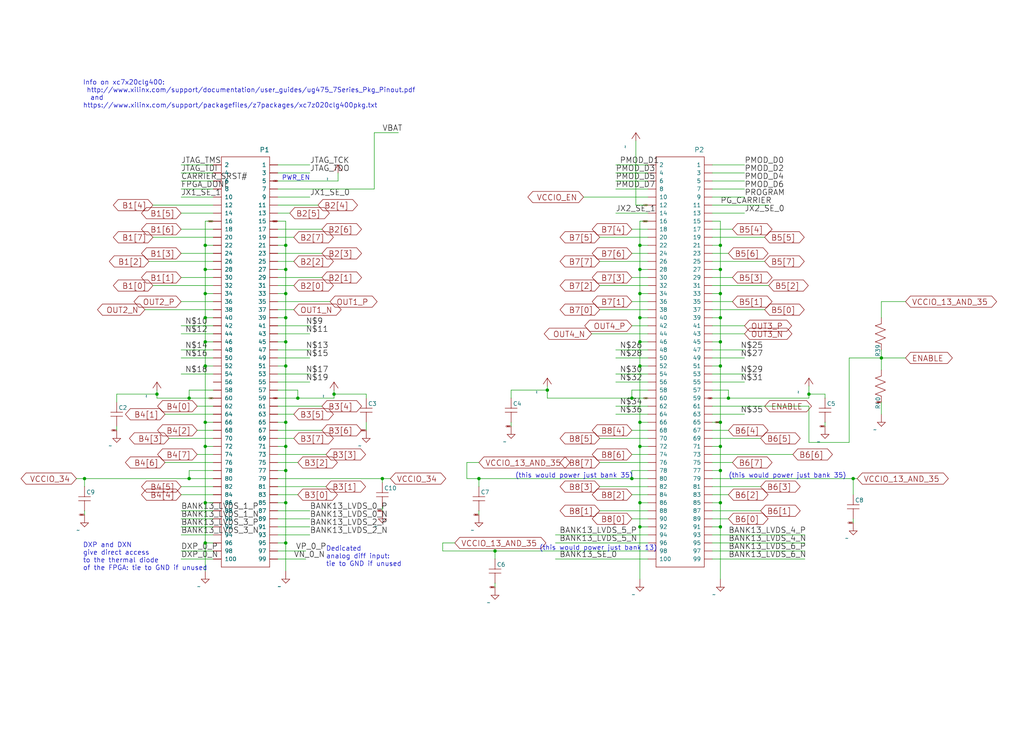
<source format=kicad_sch>
(kicad_sch (version 20211123) (generator eeschema)
  (paper "User" 323.139 232.816)
  (lib_symbols
    (symbol "carrier-eagle-import:+5V" (power) (pin_names (offset 1.016))
      (property "Value" "+5V" (at -2.54 -5.08 90))
      (symbol "+5V_1_0"
        (polyline (pts (xy 0 0) (xy -1.27 -1.905)))
        (polyline (pts (xy 1.27 -1.905) (xy 0 0)))
        (pin power_in line (at 0 -2.54 90) (length 2.54) (name "+5V") (number "1"))
      )
    )
    (symbol "carrier-eagle-import:61083-101400LF" (pin_names (offset 1.016))
      (property "Reference" "P" (at -7.62 64.8716 0))
      (property "Value" "61083-101400LF" (at -7.6454 -68.9356 0))
      (symbol "61083-101400LF_1_0"
        (polyline (pts (xy -7.62 -66.04) (xy -7.62 63.5)))
        (polyline (pts (xy -7.62 63.5) (xy 7.62 63.5)))
        (polyline (pts (xy 7.62 -66.04) (xy -7.62 -66.04)))
        (polyline (pts (xy 7.62 63.5) (xy 7.62 -66.04)))
        (pin passive line (at -10.16 60.96 0) (length 2.54) (name "1") (number "1"))
        (pin passive line (at 10.16 50.8 180) (length 2.54) (name "10") (number "10"))
        (pin passive line (at 10.16 -63.5 180) (length 2.54) (name "100") (number "100"))
        (pin passive line (at -10.16 48.26 0) (length 2.54) (name "11") (number "11"))
        (pin passive line (at 10.16 48.26 180) (length 2.54) (name "12") (number "12"))
        (pin passive line (at -10.16 45.72 0) (length 2.54) (name "13") (number "13"))
        (pin passive line (at 10.16 45.72 180) (length 2.54) (name "14") (number "14"))
        (pin passive line (at -10.16 43.18 0) (length 2.54) (name "15") (number "15"))
        (pin passive line (at 10.16 43.18 180) (length 2.54) (name "16") (number "16"))
        (pin passive line (at -10.16 40.64 0) (length 2.54) (name "17") (number "17"))
        (pin passive line (at 10.16 40.64 180) (length 2.54) (name "18") (number "18"))
        (pin passive line (at -10.16 38.1 0) (length 2.54) (name "19") (number "19"))
        (pin passive line (at 10.16 60.96 180) (length 2.54) (name "2") (number "2"))
        (pin passive line (at 10.16 38.1 180) (length 2.54) (name "20") (number "20"))
        (pin passive line (at -10.16 35.56 0) (length 2.54) (name "21") (number "21"))
        (pin passive line (at 10.16 35.56 180) (length 2.54) (name "22") (number "22"))
        (pin passive line (at -10.16 33.02 0) (length 2.54) (name "23") (number "23"))
        (pin passive line (at 10.16 33.02 180) (length 2.54) (name "24") (number "24"))
        (pin passive line (at -10.16 30.48 0) (length 2.54) (name "25") (number "25"))
        (pin passive line (at 10.16 30.48 180) (length 2.54) (name "26") (number "26"))
        (pin passive line (at -10.16 27.94 0) (length 2.54) (name "27") (number "27"))
        (pin passive line (at 10.16 27.94 180) (length 2.54) (name "28") (number "28"))
        (pin passive line (at -10.16 25.4 0) (length 2.54) (name "29") (number "29"))
        (pin passive line (at -10.16 58.42 0) (length 2.54) (name "3") (number "3"))
        (pin passive line (at 10.16 25.4 180) (length 2.54) (name "30") (number "30"))
        (pin passive line (at -10.16 22.86 0) (length 2.54) (name "31") (number "31"))
        (pin passive line (at 10.16 22.86 180) (length 2.54) (name "32") (number "32"))
        (pin passive line (at -10.16 20.32 0) (length 2.54) (name "33") (number "33"))
        (pin passive line (at 10.16 20.32 180) (length 2.54) (name "34") (number "34"))
        (pin passive line (at -10.16 17.78 0) (length 2.54) (name "35") (number "35"))
        (pin passive line (at 10.16 17.78 180) (length 2.54) (name "36") (number "36"))
        (pin passive line (at -10.16 15.24 0) (length 2.54) (name "37") (number "37"))
        (pin passive line (at 10.16 15.24 180) (length 2.54) (name "38") (number "38"))
        (pin passive line (at -10.16 12.7 0) (length 2.54) (name "39") (number "39"))
        (pin passive line (at 10.16 58.42 180) (length 2.54) (name "4") (number "4"))
        (pin passive line (at 10.16 12.7 180) (length 2.54) (name "40") (number "40"))
        (pin passive line (at -10.16 10.16 0) (length 2.54) (name "41") (number "41"))
        (pin passive line (at 10.16 10.16 180) (length 2.54) (name "42") (number "42"))
        (pin passive line (at -10.16 7.62 0) (length 2.54) (name "43") (number "43"))
        (pin passive line (at 10.16 7.62 180) (length 2.54) (name "44") (number "44"))
        (pin passive line (at -10.16 5.08 0) (length 2.54) (name "45") (number "45"))
        (pin passive line (at 10.16 5.08 180) (length 2.54) (name "46") (number "46"))
        (pin passive line (at -10.16 2.54 0) (length 2.54) (name "47") (number "47"))
        (pin passive line (at 10.16 2.54 180) (length 2.54) (name "48") (number "48"))
        (pin passive line (at -10.16 0 0) (length 2.54) (name "49") (number "49"))
        (pin passive line (at -10.16 55.88 0) (length 2.54) (name "5") (number "5"))
        (pin passive line (at 10.16 0 180) (length 2.54) (name "50") (number "50"))
        (pin passive line (at -10.16 -2.54 0) (length 2.54) (name "51") (number "51"))
        (pin passive line (at 10.16 -2.54 180) (length 2.54) (name "52") (number "52"))
        (pin passive line (at -10.16 -5.08 0) (length 2.54) (name "53") (number "53"))
        (pin passive line (at 10.16 -5.08 180) (length 2.54) (name "54") (number "54"))
        (pin passive line (at -10.16 -7.62 0) (length 2.54) (name "55") (number "55"))
        (pin passive line (at 10.16 -7.62 180) (length 2.54) (name "56") (number "56"))
        (pin passive line (at -10.16 -10.16 0) (length 2.54) (name "57") (number "57"))
        (pin passive line (at 10.16 -10.16 180) (length 2.54) (name "58") (number "58"))
        (pin passive line (at -10.16 -12.7 0) (length 2.54) (name "59") (number "59"))
        (pin passive line (at 10.16 55.88 180) (length 2.54) (name "6") (number "6"))
        (pin passive line (at 10.16 -12.7 180) (length 2.54) (name "60") (number "60"))
        (pin passive line (at -10.16 -15.24 0) (length 2.54) (name "61") (number "61"))
        (pin passive line (at 10.16 -15.24 180) (length 2.54) (name "62") (number "62"))
        (pin passive line (at -10.16 -17.78 0) (length 2.54) (name "63") (number "63"))
        (pin passive line (at 10.16 -17.78 180) (length 2.54) (name "64") (number "64"))
        (pin passive line (at -10.16 -20.32 0) (length 2.54) (name "65") (number "65"))
        (pin passive line (at 10.16 -20.32 180) (length 2.54) (name "66") (number "66"))
        (pin passive line (at -10.16 -22.86 0) (length 2.54) (name "67") (number "67"))
        (pin passive line (at 10.16 -22.86 180) (length 2.54) (name "68") (number "68"))
        (pin passive line (at -10.16 -25.4 0) (length 2.54) (name "69") (number "69"))
        (pin passive line (at -10.16 53.34 0) (length 2.54) (name "7") (number "7"))
        (pin passive line (at 10.16 -25.4 180) (length 2.54) (name "70") (number "70"))
        (pin passive line (at -10.16 -27.94 0) (length 2.54) (name "71") (number "71"))
        (pin passive line (at 10.16 -27.94 180) (length 2.54) (name "72") (number "72"))
        (pin passive line (at -10.16 -30.48 0) (length 2.54) (name "73") (number "73"))
        (pin passive line (at 10.16 -30.48 180) (length 2.54) (name "74") (number "74"))
        (pin passive line (at -10.16 -33.02 0) (length 2.54) (name "75") (number "75"))
        (pin passive line (at 10.16 -33.02 180) (length 2.54) (name "76") (number "76"))
        (pin passive line (at -10.16 -35.56 0) (length 2.54) (name "77") (number "77"))
        (pin passive line (at 10.16 -35.56 180) (length 2.54) (name "78") (number "78"))
        (pin passive line (at -10.16 -38.1 0) (length 2.54) (name "79") (number "79"))
        (pin passive line (at 10.16 53.34 180) (length 2.54) (name "8") (number "8"))
        (pin passive line (at 10.16 -38.1 180) (length 2.54) (name "80") (number "80"))
        (pin passive line (at -10.16 -40.64 0) (length 2.54) (name "81") (number "81"))
        (pin passive line (at 10.16 -40.64 180) (length 2.54) (name "82") (number "82"))
        (pin passive line (at -10.16 -43.18 0) (length 2.54) (name "83") (number "83"))
        (pin passive line (at 10.16 -43.18 180) (length 2.54) (name "84") (number "84"))
        (pin passive line (at -10.16 -45.72 0) (length 2.54) (name "85") (number "85"))
        (pin passive line (at 10.16 -45.72 180) (length 2.54) (name "86") (number "86"))
        (pin passive line (at -10.16 -48.26 0) (length 2.54) (name "87") (number "87"))
        (pin passive line (at 10.16 -48.26 180) (length 2.54) (name "88") (number "88"))
        (pin passive line (at -10.16 -50.8 0) (length 2.54) (name "89") (number "89"))
        (pin passive line (at -10.16 50.8 0) (length 2.54) (name "9") (number "9"))
        (pin passive line (at 10.16 -50.8 180) (length 2.54) (name "90") (number "90"))
        (pin passive line (at -10.16 -53.34 0) (length 2.54) (name "91") (number "91"))
        (pin passive line (at 10.16 -53.34 180) (length 2.54) (name "92") (number "92"))
        (pin passive line (at -10.16 -55.88 0) (length 2.54) (name "93") (number "93"))
        (pin passive line (at 10.16 -55.88 180) (length 2.54) (name "94") (number "94"))
        (pin passive line (at -10.16 -58.42 0) (length 2.54) (name "95") (number "95"))
        (pin passive line (at 10.16 -58.42 180) (length 2.54) (name "96") (number "96"))
        (pin passive line (at -10.16 -60.96 0) (length 2.54) (name "97") (number "97"))
        (pin passive line (at 10.16 -60.96 180) (length 2.54) (name "98") (number "98"))
        (pin passive line (at -10.16 -63.5 0) (length 2.54) (name "99") (number "99"))
      )
    )
    (symbol "carrier-eagle-import:C_MLCC_SMDCMLCC_0603" (pin_names (offset 1.016))
      (property "Reference" "C" (at 0.5588 0.0508 0))
      (property "Value" "C_MLCC_SMDCMLCC_0603" (at 0.5588 -4.3688 0))
      (symbol "C_MLCC_SMDCMLCC_0603_1_0"
        (polyline (pts (xy -1.905 -1.905) (xy 0 -1.905)))
        (polyline (pts (xy 0 -1.905) (xy 0 -5.08)))
        (polyline (pts (xy 0 -1.905) (xy 1.905 -1.905)))
        (polyline (pts (xy 0 -0.635) (xy -1.905 -0.635)))
        (polyline (pts (xy 0 -0.635) (xy 0 2.54)))
        (polyline (pts (xy 1.905 -0.635) (xy 0 -0.635)))
        (pin passive line (at 0 2.54 270) (length 0) (name "1") (number "P$1"))
        (pin passive line (at 0 -5.08 90) (length 0) (name "2") (number "P$2"))
      )
    )
    (symbol "carrier-eagle-import:DGND" (power) (pin_names (offset 1.016))
      (property "Value" "DGND" (at -2.667 -3.175 0))
      (symbol "DGND_1_0"
        (polyline (pts (xy -1.27 0) (xy 1.27 0)))
        (polyline (pts (xy 0 -1.27) (xy -1.27 0)))
        (polyline (pts (xy 1.27 0) (xy 0 -1.27)))
        (pin power_in line (at 0 2.54 270) (length 2.54) (name "DGND") (number "1"))
      )
    )
    (symbol "carrier-eagle-import:R_SMDR0603" (pin_names (offset 1.016))
      (property "Reference" "R" (at -7.2898 0.3048 0))
      (property "Value" "R_SMDR0603" (at 3.3274 0.3048 0))
      (symbol "R_SMDR0603_1_0"
        (polyline (pts (xy -3.175 0) (xy -5.08 0)))
        (polyline (pts (xy -2.54 1.905) (xy -3.175 0)))
        (polyline (pts (xy -2.54 1.905) (xy -1.27 -1.27)))
        (polyline (pts (xy -1.27 -1.27) (xy 0 1.905)))
        (polyline (pts (xy 0 1.905) (xy 1.27 -1.27)))
        (polyline (pts (xy 1.27 -1.27) (xy 2.54 1.905)))
        (polyline (pts (xy 2.54 1.905) (xy 3.175 0)))
        (polyline (pts (xy 3.175 0) (xy 5.08 0)))
        (pin passive line (at -5.08 0 0) (length 0) (name "1") (number "P$1"))
        (pin passive line (at 5.08 0 180) (length 0) (name "2") (number "P$2"))
      )
    )
  )
  (junction (at 227.33 115.57))
  (junction (at 90.17 107.95))
  (junction (at 201.93 115.57))
  (junction (at 201.93 85.09))
  (junction (at 151.13 151.13))
  (junction (at 64.77 171.45))
  (junction (at 201.93 158.75))
  (junction (at 90.17 158.75))
  (junction (at 227.33 92.71))
  (junction (at 105.41 124.46))
  (junction (at 59.69 151.13))
  (junction (at 64.77 115.57))
  (junction (at 64.77 92.71))
  (junction (at 90.17 115.57))
  (junction (at 59.69 125.73))
  (junction (at 90.17 148.59))
  (junction (at 172.72 123.19))
  (junction (at 227.33 107.95))
  (junction (at 26.67 151.13))
  (junction (at 227.33 133.35))
  (junction (at 278.13 113.03))
  (junction (at 49.53 124.46))
  (junction (at 201.93 133.35))
  (junction (at 64.77 77.47))
  (junction (at 64.77 133.35))
  (junction (at 255.27 124.46))
  (junction (at 201.93 77.47))
  (junction (at 227.33 158.75))
  (junction (at 64.77 158.75))
  (junction (at 93.98 125.73))
  (junction (at 227.33 100.33))
  (junction (at 90.17 100.33))
  (junction (at 201.93 166.37))
  (junction (at 64.77 140.97))
  (junction (at 90.17 77.47))
  (junction (at 90.17 85.09))
  (junction (at 227.33 148.59))
  (junction (at 199.39 151.13))
  (junction (at 201.93 140.97))
  (junction (at 201.93 92.71))
  (junction (at 64.77 85.09))
  (junction (at 64.77 107.95))
  (junction (at 90.17 171.45))
  (junction (at 199.39 125.73))
  (junction (at 156.21 173.99))
  (junction (at 90.17 133.35))
  (junction (at 227.33 140.97))
  (junction (at 269.24 151.13))
  (junction (at 201.93 100.33))
  (junction (at 227.33 166.37))
  (junction (at 120.65 151.13))
  (junction (at 90.17 92.71))
  (junction (at 64.77 100.33))
  (junction (at 201.93 107.95))
  (junction (at 227.33 85.09))
  (junction (at 90.17 140.97))
  (junction (at 227.33 77.47))
  (junction (at 229.87 125.73))
  (wire (pts (xy 67.31 168.91) (xy 57.15 168.91)))
  (wire (pts (xy 201.93 92.71) (xy 204.47 92.71)))
  (wire (pts (xy 227.33 85.09) (xy 227.33 92.71)))
  (wire (pts (xy 199.39 125.73) (xy 172.72 125.73)))
  (wire (pts (xy 204.47 54.61) (xy 194.31 54.61)))
  (wire (pts (xy 90.17 148.59) (xy 90.17 140.97)))
  (wire (pts (xy 87.63 166.37) (xy 97.79 166.37)))
  (wire (pts (xy 199.39 151.13) (xy 151.13 151.13)))
  (wire (pts (xy 204.47 130.81) (xy 194.31 130.81)))
  (wire (pts (xy 204.47 161.29) (xy 189.23 161.29)))
  (wire (pts (xy 90.17 77.47) (xy 90.17 69.85)))
  (wire (pts (xy 49.53 125.73) (xy 49.53 124.46)))
  (wire (pts (xy 224.79 173.99) (xy 254 173.99)))
  (wire (pts (xy 64.77 77.47) (xy 67.31 77.47)))
  (wire (pts (xy 67.31 82.55) (xy 46.99 82.55)))
  (wire (pts (xy 224.79 113.03) (xy 234.95 113.03)))
  (wire (pts (xy 201.93 100.33) (xy 204.47 100.33)))
  (wire (pts (xy 123.19 151.13) (xy 120.65 151.13)))
  (wire (pts (xy 67.31 166.37) (xy 57.15 166.37)))
  (wire (pts (xy 139.7 173.99) (xy 139.7 171.45)))
  (wire (pts (xy 90.17 107.95) (xy 90.17 100.33)))
  (wire (pts (xy 204.47 135.89) (xy 199.39 135.89)))
  (wire (pts (xy 67.31 143.51) (xy 62.23 143.51)))
  (wire (pts (xy 87.63 140.97) (xy 90.17 140.97)))
  (wire (pts (xy 201.93 140.97) (xy 204.47 140.97)))
  (wire (pts (xy 201.93 140.97) (xy 201.93 158.75)))
  (wire (pts (xy 278.13 127) (xy 278.13 130.81)))
  (wire (pts (xy 229.87 125.73) (xy 255.27 125.73)))
  (wire (pts (xy 67.31 59.69) (xy 57.15 59.69)))
  (wire (pts (xy 224.79 80.01) (xy 229.87 80.01)))
  (wire (pts (xy 224.79 143.51) (xy 250.19 143.51)))
  (wire (pts (xy 201.93 92.71) (xy 201.93 100.33)))
  (wire (pts (xy 67.31 52.07) (xy 57.15 52.07)))
  (wire (pts (xy 87.63 67.31) (xy 91.44 67.31)))
  (wire (pts (xy 139.7 171.45) (xy 143.51 171.45)))
  (wire (pts (xy 227.33 100.33) (xy 227.33 107.95)))
  (wire (pts (xy 67.31 57.15) (xy 57.15 57.15)))
  (wire (pts (xy 201.93 77.47) (xy 204.47 77.47)))
  (wire (pts (xy 87.63 135.89) (xy 101.6 135.89)))
  (wire (pts (xy 204.47 138.43) (xy 189.23 138.43)))
  (wire (pts (xy 67.31 146.05) (xy 52.07 146.05)))
  (wire (pts (xy 87.63 90.17) (xy 92.71 90.17)))
  (wire (pts (xy 224.79 156.21) (xy 229.87 156.21)))
  (wire (pts (xy 67.31 133.35) (xy 64.77 133.35)))
  (wire (pts (xy 87.63 151.13) (xy 120.65 151.13)))
  (wire (pts (xy 64.77 77.47) (xy 64.77 85.09)))
  (wire (pts (xy 255.27 125.73) (xy 255.27 124.46)))
  (wire (pts (xy 227.33 166.37) (xy 227.33 182.88)))
  (wire (pts (xy 67.31 87.63) (xy 57.15 87.63)))
  (wire (pts (xy 87.63 62.23) (xy 97.79 62.23)))
  (wire (pts (xy 115.57 135.89) (xy 115.57 133.35)))
  (wire (pts (xy 224.79 125.73) (xy 229.87 125.73)))
  (wire (pts (xy 201.93 166.37) (xy 201.93 182.88)))
  (wire (pts (xy 204.47 118.11) (xy 194.31 118.11)))
  (wire (pts (xy 204.47 123.19) (xy 199.39 123.19)))
  (wire (pts (xy 204.47 72.39) (xy 199.39 72.39)))
  (wire (pts (xy 201.93 115.57) (xy 204.47 115.57)))
  (wire (pts (xy 87.63 115.57) (xy 90.17 115.57)))
  (wire (pts (xy 90.17 85.09) (xy 87.63 85.09)))
  (wire (pts (xy 147.32 151.13) (xy 147.32 146.05)))
  (wire (pts (xy 161.29 125.73) (xy 161.29 123.19)))
  (wire (pts (xy 87.63 176.53) (xy 96.52 176.53)))
  (wire (pts (xy 87.63 168.91) (xy 97.79 168.91)))
  (wire (pts (xy 204.47 113.03) (xy 194.31 113.03)))
  (wire (pts (xy 87.63 102.87) (xy 97.79 102.87)))
  (wire (pts (xy 87.63 161.29) (xy 97.79 161.29)))
  (wire (pts (xy 224.79 168.91) (xy 254 168.91)))
  (wire (pts (xy 67.31 90.17) (xy 48.26 90.17)))
  (wire (pts (xy 67.31 118.11) (xy 57.15 118.11)))
  (wire (pts (xy 224.79 62.23) (xy 234.95 62.23)))
  (wire (pts (xy 224.79 118.11) (xy 234.95 118.11)))
  (wire (pts (xy 93.98 125.73) (xy 105.41 125.73)))
  (wire (pts (xy 64.77 69.85) (xy 64.77 77.47)))
  (wire (pts (xy 87.63 97.79) (xy 92.71 97.79)))
  (wire (pts (xy 224.79 97.79) (xy 241.3 97.79)))
  (wire (pts (xy 64.77 85.09) (xy 67.31 85.09)))
  (wire (pts (xy 204.47 97.79) (xy 189.23 97.79)))
  (wire (pts (xy 267.97 139.7) (xy 267.97 113.03)))
  (wire (pts (xy 26.67 162.56) (xy 26.67 161.29)))
  (wire (pts (xy 67.31 151.13) (xy 59.69 151.13)))
  (wire (pts (xy 67.31 102.87) (xy 57.15 102.87)))
  (wire (pts (xy 67.31 97.79) (xy 45.72 97.79)))
  (wire (pts (xy 87.63 110.49) (xy 97.79 110.49)))
  (wire (pts (xy 227.33 115.57) (xy 227.33 133.35)))
  (wire (pts (xy 90.17 140.97) (xy 90.17 133.35)))
  (wire (pts (xy 64.77 180.34) (xy 64.77 171.45)))
  (wire (pts (xy 278.13 113.03) (xy 267.97 113.03)))
  (wire (pts (xy 87.63 143.51) (xy 102.87 143.51)))
  (wire (pts (xy 67.31 62.23) (xy 57.15 62.23)))
  (wire (pts (xy 105.41 124.46) (xy 115.57 124.46)))
  (wire (pts (xy 36.83 135.89) (xy 36.83 134.62)))
  (wire (pts (xy 87.63 80.01) (xy 101.6 80.01)))
  (wire (pts (xy 199.39 148.59) (xy 199.39 151.13)))
  (wire (pts (xy 64.77 171.45) (xy 64.77 158.75)))
  (wire (pts (xy 201.93 133.35) (xy 201.93 140.97)))
  (wire (pts (xy 64.77 133.35) (xy 64.77 115.57)))
  (wire (pts (xy 204.47 143.51) (xy 199.39 143.51)))
  (wire (pts (xy 87.63 123.19) (xy 93.98 123.19)))
  (wire (pts (xy 90.17 100.33) (xy 90.17 92.71)))
  (wire (pts (xy 204.47 153.67) (xy 189.23 153.67)))
  (wire (pts (xy 67.31 74.93) (xy 48.26 74.93)))
  (wire (pts (xy 90.17 171.45) (xy 90.17 158.75)))
  (wire (pts (xy 224.79 64.77) (xy 242.57 64.77)))
  (wire (pts (xy 204.47 168.91) (xy 175.26 168.91)))
  (wire (pts (xy 67.31 105.41) (xy 57.15 105.41)))
  (wire (pts (xy 204.47 67.31) (xy 194.31 67.31)))
  (wire (pts (xy 255.27 128.27) (xy 255.27 139.7)))
  (wire (pts (xy 227.33 77.47) (xy 227.33 85.09)))
  (wire (pts (xy 224.79 52.07) (xy 234.95 52.07)))
  (wire (pts (xy 87.63 128.27) (xy 101.6 128.27)))
  (wire (pts (xy 204.47 74.93) (xy 189.23 74.93)))
  (wire (pts (xy 59.69 151.13) (xy 26.67 151.13)))
  (wire (pts (xy 269.24 156.21) (xy 269.24 151.13)))
  (wire (pts (xy 224.79 138.43) (xy 240.03 138.43)))
  (wire (pts (xy 204.47 128.27) (xy 194.31 128.27)))
  (wire (pts (xy 67.31 100.33) (xy 64.77 100.33)))
  (wire (pts (xy 87.63 163.83) (xy 97.79 163.83)))
  (wire (pts (xy 224.79 153.67) (xy 240.03 153.67)))
  (wire (pts (xy 87.63 133.35) (xy 90.17 133.35)))
  (wire (pts (xy 201.93 158.75) (xy 201.93 166.37)))
  (wire (pts (xy 201.93 100.33) (xy 201.93 107.95)))
  (wire (pts (xy 204.47 173.99) (xy 156.21 173.99)))
  (wire (pts (xy 59.69 148.59) (xy 59.69 151.13)))
  (wire (pts (xy 224.79 123.19) (xy 229.87 123.19)))
  (wire (pts (xy 224.79 67.31) (xy 234.95 67.31)))
  (wire (pts (xy 224.79 87.63) (xy 231.14 87.63)))
  (wire (pts (xy 204.47 120.65) (xy 194.31 120.65)))
  (wire (pts (xy 36.83 124.46) (xy 49.53 124.46)))
  (wire (pts (xy 67.31 176.53) (xy 57.15 176.53)))
  (wire (pts (xy 278.13 116.84) (xy 278.13 113.03)))
  (wire (pts (xy 67.31 158.75) (xy 64.77 158.75)))
  (wire (pts (xy 224.79 74.93) (xy 241.3 74.93)))
  (wire (pts (xy 278.13 95.25) (xy 285.75 95.25)))
  (wire (pts (xy 278.13 100.33) (xy 278.13 95.25)))
  (wire (pts (xy 255.27 124.46) (xy 255.27 121.92)))
  (wire (pts (xy 120.65 151.13) (xy 120.65 152.4)))
  (wire (pts (xy 87.63 120.65) (xy 97.79 120.65)))
  (wire (pts (xy 224.79 59.69) (xy 234.95 59.69)))
  (wire (pts (xy 227.33 77.47) (xy 224.79 77.47)))
  (wire (pts (xy 59.69 123.19) (xy 59.69 125.73)))
  (wire (pts (xy 87.63 148.59) (xy 90.17 148.59)))
  (wire (pts (xy 87.63 146.05) (xy 93.98 146.05)))
  (wire (pts (xy 224.79 135.89) (xy 229.87 135.89)))
  (wire (pts (xy 224.79 72.39) (xy 231.14 72.39)))
  (wire (pts (xy 87.63 74.93) (xy 92.71 74.93)))
  (wire (pts (xy 201.93 85.09) (xy 204.47 85.09)))
  (wire (pts (xy 67.31 80.01) (xy 57.15 80.01)))
  (wire (pts (xy 67.31 135.89) (xy 62.23 135.89)))
  (wire (pts (xy 49.53 124.46) (xy 49.53 123.19)))
  (wire (pts (xy 224.79 151.13) (xy 269.24 151.13)))
  (wire (pts (xy 87.63 69.85) (xy 90.17 69.85)))
  (wire (pts (xy 64.77 158.75) (xy 64.77 140.97)))
  (wire (pts (xy 87.63 72.39) (xy 101.6 72.39)))
  (wire (pts (xy 87.63 95.25) (xy 104.14 95.25)))
  (wire (pts (xy 87.63 171.45) (xy 90.17 171.45)))
  (wire (pts (xy 227.33 69.85) (xy 227.33 77.47)))
  (wire (pts (xy 87.63 158.75) (xy 90.17 158.75)))
  (wire (pts (xy 90.17 92.71) (xy 87.63 92.71)))
  (wire (pts (xy 260.35 134.62) (xy 260.35 133.35)))
  (wire (pts (xy 64.77 107.95) (xy 64.77 100.33)))
  (wire (pts (xy 224.79 90.17) (xy 242.57 90.17)))
  (wire (pts (xy 90.17 77.47) (xy 90.17 85.09)))
  (wire (pts (xy 201.93 77.47) (xy 201.93 85.09)))
  (wire (pts (xy 227.33 85.09) (xy 224.79 85.09)))
  (wire (pts (xy 64.77 92.71) (xy 64.77 85.09)))
  (wire (pts (xy 204.47 102.87) (xy 199.39 102.87)))
  (wire (pts (xy 204.47 125.73) (xy 199.39 125.73)))
  (wire (pts (xy 90.17 180.34) (xy 90.17 171.45)))
  (wire (pts (xy 87.63 173.99) (xy 96.52 173.99)))
  (wire (pts (xy 106.68 57.15) (xy 106.68 54.61)))
  (wire (pts (xy 67.31 138.43) (xy 53.34 138.43)))
  (wire (pts (xy 204.47 62.23) (xy 184.15 62.23)))
  (wire (pts (xy 204.47 90.17) (xy 189.23 90.17)))
  (wire (pts (xy 204.47 87.63) (xy 199.39 87.63)))
  (wire (pts (xy 227.33 92.71) (xy 227.33 100.33)))
  (wire (pts (xy 67.31 92.71) (xy 64.77 92.71)))
  (wire (pts (xy 172.72 125.73) (xy 172.72 123.19)))
  (wire (pts (xy 90.17 158.75) (xy 90.17 148.59)))
  (wire (pts (xy 200.66 64.77) (xy 200.66 44.45)))
  (wire (pts (xy 201.93 115.57) (xy 201.93 133.35)))
  (wire (pts (xy 87.63 57.15) (xy 106.68 57.15)))
  (wire (pts (xy 227.33 107.95) (xy 227.33 115.57)))
  (wire (pts (xy 229.87 123.19) (xy 229.87 125.73)))
  (wire (pts (xy 24.13 151.13) (xy 26.67 151.13)))
  (wire (pts (xy 67.31 67.31) (xy 57.15 67.31)))
  (wire (pts (xy 67.31 156.21) (xy 57.15 156.21)))
  (wire (pts (xy 67.31 125.73) (xy 59.69 125.73)))
  (wire (pts (xy 67.31 95.25) (xy 57.15 95.25)))
  (wire (pts (xy 87.63 130.81) (xy 92.71 130.81)))
  (wire (pts (xy 67.31 153.67) (xy 57.15 153.67)))
  (wire (pts (xy 67.31 69.85) (xy 64.77 69.85)))
  (wire (pts (xy 201.93 107.95) (xy 204.47 107.95)))
  (wire (pts (xy 90.17 115.57) (xy 90.17 107.95)))
  (wire (pts (xy 227.33 100.33) (xy 224.79 100.33)))
  (wire (pts (xy 227.33 158.75) (xy 227.33 166.37)))
  (wire (pts (xy 67.31 113.03) (xy 57.15 113.03)))
  (wire (pts (xy 156.21 185.42) (xy 156.21 184.15)))
  (wire (pts (xy 87.63 113.03) (xy 97.79 113.03)))
  (wire (pts (xy 199.39 123.19) (xy 199.39 125.73)))
  (wire (pts (xy 67.31 173.99) (xy 57.15 173.99)))
  (wire (pts (xy 224.79 57.15) (xy 234.95 57.15)))
  (wire (pts (xy 67.31 171.45) (xy 64.77 171.45)))
  (wire (pts (xy 67.31 64.77) (xy 48.26 64.77)))
  (wire (pts (xy 151.13 153.67) (xy 151.13 151.13)))
  (wire (pts (xy 224.79 54.61) (xy 234.95 54.61)))
  (wire (pts (xy 224.79 95.25) (xy 231.14 95.25)))
  (wire (pts (xy 224.79 120.65) (xy 234.95 120.65)))
  (wire (pts (xy 224.79 128.27) (xy 255.27 128.27)))
  (wire (pts (xy 204.47 52.07) (xy 194.31 52.07)))
  (wire (pts (xy 87.63 77.47) (xy 90.17 77.47)))
  (wire (pts (xy 120.65 161.29) (xy 120.65 160.02)))
  (wire (pts (xy 278.13 110.49) (xy 278.13 113.03)))
  (wire (pts (xy 227.33 133.35) (xy 227.33 140.97)))
  (wire (pts (xy 270.51 151.13) (xy 269.24 151.13)))
  (wire (pts (xy 204.47 57.15) (xy 194.31 57.15)))
  (wire (pts (xy 224.79 163.83) (xy 229.87 163.83)))
  (wire (pts (xy 204.47 105.41) (xy 186.69 105.41)))
  (wire (pts (xy 26.67 151.13) (xy 26.67 153.67)))
  (wire (pts (xy 87.63 87.63) (xy 101.6 87.63)))
  (wire (pts (xy 156.21 173.99) (xy 156.21 176.53)))
  (wire (pts (xy 90.17 85.09) (xy 90.17 92.71)))
  (wire (pts (xy 172.72 123.19) (xy 172.72 121.92)))
  (wire (pts (xy 118.11 59.69) (xy 118.11 41.91)))
  (wire (pts (xy 67.31 107.95) (xy 64.77 107.95)))
  (wire (pts (xy 227.33 148.59) (xy 224.79 148.59)))
  (wire (pts (xy 260.35 124.46) (xy 260.35 125.73)))
  (wire (pts (xy 147.32 146.05) (xy 151.13 146.05)))
  (wire (pts (xy 227.33 148.59) (xy 227.33 158.75)))
  (wire (pts (xy 161.29 134.62) (xy 161.29 133.35)))
  (wire (pts (xy 204.47 95.25) (xy 199.39 95.25)))
  (wire (pts (xy 115.57 124.46) (xy 115.57 125.73)))
  (wire (pts (xy 64.77 115.57) (xy 64.77 107.95)))
  (wire (pts (xy 224.79 105.41) (xy 234.95 105.41)))
  (wire (pts (xy 204.47 69.85) (xy 201.93 69.85)))
  (wire (pts (xy 227.33 115.57) (xy 224.79 115.57)))
  (wire (pts (xy 87.63 153.67) (xy 102.87 153.67)))
  (wire (pts (xy 255.27 124.46) (xy 260.35 124.46)))
  (wire (pts (xy 105.41 125.73) (xy 105.41 124.46)))
  (wire (pts (xy 67.31 54.61) (xy 57.15 54.61)))
  (wire (pts (xy 204.47 146.05) (xy 189.23 146.05)))
  (wire (pts (xy 87.63 52.07) (xy 97.79 52.07)))
  (wire (pts (xy 87.63 125.73) (xy 93.98 125.73)))
  (wire (pts (xy 67.31 163.83) (xy 57.15 163.83)))
  (wire (pts (xy 67.31 130.81) (xy 52.07 130.81)))
  (wire (pts (xy 204.47 64.77) (xy 200.66 64.77)))
  (wire (pts (xy 201.93 107.95) (xy 201.93 115.57)))
  (wire (pts (xy 224.79 102.87) (xy 234.95 102.87)))
  (wire (pts (xy 67.31 110.49) (xy 57.15 110.49)))
  (wire (pts (xy 64.77 140.97) (xy 64.77 133.35)))
  (wire (pts (xy 64.77 100.33) (xy 64.77 92.71)))
  (wire (pts (xy 224.79 130.81) (xy 234.95 130.81)))
  (wire (pts (xy 87.63 54.61) (xy 97.79 54.61)))
  (wire (pts (xy 67.31 161.29) (xy 57.15 161.29)))
  (wire (pts (xy 67.31 140.97) (xy 64.77 140.97)))
  (wire (pts (xy 224.79 171.45) (xy 254 171.45)))
  (wire (pts (xy 87.63 64.77) (xy 100.33 64.77)))
  (wire (pts (xy 204.47 171.45) (xy 175.26 171.45)))
  (wire (pts (xy 151.13 162.56) (xy 151.13 161.29)))
  (wire (pts (xy 93.98 123.19) (xy 93.98 125.73)))
  (wire (pts (xy 285.75 113.03) (xy 278.13 113.03)))
  (wire (pts (xy 156.21 173.99) (xy 139.7 173.99)))
  (wire (pts (xy 151.13 151.13) (xy 147.32 151.13)))
  (wire (pts (xy 204.47 151.13) (xy 199.39 151.13)))
  (wire (pts (xy 204.47 80.01) (xy 199.39 80.01)))
  (wire (pts (xy 201.93 166.37) (xy 204.47 166.37)))
  (wire (pts (xy 105.41 124.46) (xy 105.41 123.19)))
  (wire (pts (xy 224.79 161.29) (xy 240.03 161.29)))
  (wire (pts (xy 227.33 107.95) (xy 224.79 107.95)))
  (wire (pts (xy 201.93 133.35) (xy 204.47 133.35)))
  (wire (pts (xy 227.33 166.37) (xy 224.79 166.37)))
  (wire (pts (xy 67.31 115.57) (xy 64.77 115.57)))
  (wire (pts (xy 201.93 85.09) (xy 201.93 92.71)))
  (wire (pts (xy 255.27 139.7) (xy 267.97 139.7)))
  (wire (pts (xy 87.63 138.43) (xy 92.71 138.43)))
  (wire (pts (xy 227.33 158.75) (xy 224.79 158.75)))
  (wire (pts (xy 87.63 100.33) (xy 90.17 100.33)))
  (wire (pts (xy 227.33 140.97) (xy 224.79 140.97)))
  (wire (pts (xy 36.83 127) (xy 36.83 124.46)))
  (wire (pts (xy 204.47 163.83) (xy 199.39 163.83)))
  (wire (pts (xy 118.11 41.91) (xy 125.73 41.91)))
  (wire (pts (xy 161.29 123.19) (xy 172.72 123.19)))
  (wire (pts (xy 204.47 148.59) (xy 199.39 148.59)))
  (wire (pts (xy 67.31 128.27) (xy 62.23 128.27)))
  (wire (pts (xy 67.31 123.19) (xy 59.69 123.19)))
  (wire (pts (xy 224.79 69.85) (xy 227.33 69.85)))
  (wire (pts (xy 227.33 92.71) (xy 224.79 92.71)))
  (wire (pts (xy 204.47 110.49) (xy 194.31 110.49)))
  (wire (pts (xy 227.33 133.35) (xy 224.79 133.35)))
  (wire (pts (xy 224.79 110.49) (xy 234.95 110.49)))
  (wire (pts (xy 227.33 140.97) (xy 227.33 148.59)))
  (wire (pts (xy 87.63 118.11) (xy 97.79 118.11)))
  (wire (pts (xy 204.47 176.53) (xy 175.26 176.53)))
  (wire (pts (xy 201.93 158.75) (xy 204.47 158.75)))
  (wire (pts (xy 67.31 72.39) (xy 57.15 72.39)))
  (wire (pts (xy 90.17 133.35) (xy 90.17 115.57)))
  (wire (pts (xy 224.79 82.55) (xy 241.3 82.55)))
  (wire (pts (xy 67.31 148.59) (xy 59.69 148.59)))
  (wire (pts (xy 59.69 125.73) (xy 49.53 125.73)))
  (wire (pts (xy 269.24 165.1) (xy 269.24 163.83)))
  (wire (pts (xy 204.47 156.21) (xy 199.39 156.21)))
  (wire (pts (xy 201.93 69.85) (xy 201.93 77.47)))
  (wire (pts (xy 204.47 59.69) (xy 194.31 59.69)))
  (wire (pts (xy 224.79 146.05) (xy 231.14 146.05)))
  (wire (pts (xy 224.79 176.53) (xy 254 176.53)))
  (wire (pts (xy 87.63 82.55) (xy 92.71 82.55)))
  (wire (pts (xy 87.63 105.41) (xy 97.79 105.41)))
  (wire (pts (xy 87.63 107.95) (xy 90.17 107.95)))
  (wire (pts (xy 87.63 59.69) (xy 118.11 59.69)))
  (wire (pts (xy 204.47 82.55) (xy 189.23 82.55)))
  (wire (pts (xy 87.63 156.21) (xy 93.98 156.21)))
  (text "PWR_EN" (at 88.9 57.15 0) (effects (font (size 1.4986 1.4986)) (justify left bottom)))
  (text "Info on xc7x20clg400:\n http://www.xilinx.com/support/documentation/user_guides/ug475_7Series_Pkg_Pinout.pdf\n  and\nhttps://www.xilinx.com/support/packagefiles/z7packages/xc7z020clg400pkg.txt" (at 26.162 34.29 0) (effects (font (size 1.4986 1.4986)) (justify left bottom)))
  (text "(this would power just bank 13)" (at 170.18 173.99 0) (effects (font (size 1.4986 1.4986)) (justify left bottom)))
  (text "(this would power just bank 35)" (at 229.87 151.13 0) (effects (font (size 1.4986 1.4986)) (justify left bottom)))
  (text "DXP and DXN\ngive direct access\nto the thermal diode\nof the FPGA: tie to GND if unused" (at 26.162 180.34 0) (effects (font (size 1.4986 1.4986)) (justify left bottom)))
  (text "Dedicated\nanalog diff input:\ntie to GND if unused" (at 102.87 179.07 0) (effects (font (size 1.4986 1.4986)) (justify left bottom)))
  (text "(this would power just bank 35)" (at 162.56 151.13 0) (effects (font (size 1.4986 1.4986)) (justify left bottom)))
  (label "BANK13_LVDS_3_P" (at 57.15 166.37 0) (effects (font (size 1.778 1.778))))
  (label "JTAG_TMS" (at 57.15 52.07 0) (effects (font (size 1.778 1.778))))
  (label "N$29" (at 233.68 118.11 0) (effects (font (size 1.778 1.778))))
  (label "BANK13_SE_0" (at 176.53 176.53 0) (effects (font (size 1.778 1.778))))
  (label "VN_0_N" (at 92.71 176.53 0) (effects (font (size 1.778 1.778))))
  (label "BANK13_LVDS_1_P" (at 57.15 161.29 0) (effects (font (size 1.778 1.778))))
  (label "N$28" (at 195.58 113.03 0) (effects (font (size 1.778 1.778))))
  (label "PMOD_D1" (at 195.58 52.07 0) (effects (font (size 1.778 1.778))))
  (label "VP_0_P" (at 93.345 173.99 0) (effects (font (size 1.778 1.778))))
  (label "PMOD_D4" (at 234.95 57.15 0) (effects (font (size 1.778 1.778))))
  (label "JTAG_TDO" (at 97.79 54.61 0) (effects (font (size 1.778 1.778))))
  (label "PMOD_D6" (at 234.95 59.69 0) (effects (font (size 1.778 1.778))))
  (label "N$25" (at 233.68 110.49 0) (effects (font (size 1.778 1.778))))
  (label "BANK13_LVDS_5_P" (at 176.53 168.91 0) (effects (font (size 1.778 1.778))))
  (label "PROGRAM" (at 234.95 62.23 0) (effects (font (size 1.778 1.778))))
  (label "PMOD_D0" (at 234.95 52.07 0) (effects (font (size 1.778 1.778))))
  (label "BANK13_LVDS_0_P" (at 97.79 161.29 0) (effects (font (size 1.778 1.778))))
  (label "N$9" (at 96.52 102.87 0) (effects (font (size 1.778 1.778))))
  (label "JX2_SE_1" (at 194.31 67.31 0) (effects (font (size 1.778 1.778))))
  (label "JX1_SE_1" (at 57.15 62.23 0) (effects (font (size 1.778 1.778))))
  (label "N$14" (at 58.42 110.49 0) (effects (font (size 1.778 1.778))))
  (label "BANK13_LVDS_2_P" (at 97.79 166.37 0) (effects (font (size 1.778 1.778))))
  (label "BANK13_LVDS_0_N" (at 97.79 163.83 0) (effects (font (size 1.778 1.778))))
  (label "BANK13_LVDS_2_N" (at 97.79 168.91 0) (effects (font (size 1.778 1.778))))
  (label "BANK13_LVDS_1_N" (at 57.15 163.83 0) (effects (font (size 1.778 1.778))))
  (label "JTAG_TDI" (at 57.15 54.61 0) (effects (font (size 1.778 1.778))))
  (label "N$34" (at 195.58 128.27 0) (effects (font (size 1.778 1.778))))
  (label "N$27" (at 233.68 113.03 0) (effects (font (size 1.778 1.778))))
  (label "N$10" (at 58.42 102.87 0) (effects (font (size 1.778 1.778))))
  (label "N$13" (at 96.52 110.49 0) (effects (font (size 1.778 1.778))))
  (label "N$31" (at 233.68 120.65 0) (effects (font (size 1.778 1.778))))
  (label "BANK13_LVDS_4_N" (at 229.87 171.45 0) (effects (font (size 1.778 1.778))))
  (label "N$18" (at 58.42 118.11 0) (effects (font (size 1.778 1.778))))
  (label "N$12" (at 58.42 105.41 0) (effects (font (size 1.778 1.778))))
  (label "CARRIER_SRST#" (at 57.15 57.15 0) (effects (font (size 1.778 1.778))))
  (label "N$11" (at 96.52 105.41 0) (effects (font (size 1.778 1.778))))
  (label "JTAG_TCK" (at 97.79 52.07 0) (effects (font (size 1.778 1.778))))
  (label "N$16" (at 58.42 113.03 0) (effects (font (size 1.778 1.778))))
  (label "FPGA_DONE" (at 57.15 59.69 0) (effects (font (size 1.778 1.778))))
  (label "PMOD_D3" (at 194.31 54.61 0) (effects (font (size 1.778 1.778))))
  (label "N$26" (at 195.58 110.49 0) (effects (font (size 1.778 1.778))))
  (label "N$15" (at 96.52 113.03 0) (effects (font (size 1.778 1.778))))
  (label "N$30" (at 195.58 118.11 0) (effects (font (size 1.778 1.778))))
  (label "JX2_SE_0" (at 234.95 67.31 0) (effects (font (size 1.778 1.778))))
  (label "DXP_0_P" (at 57.15 173.99 0) (effects (font (size 1.778 1.778))))
  (label "BANK13_LVDS_6_P" (at 229.87 173.99 0) (effects (font (size 1.778 1.778))))
  (label "N$19" (at 96.52 120.65 0) (effects (font (size 1.778 1.778))))
  (label "N$32" (at 195.58 120.65 0) (effects (font (size 1.778 1.778))))
  (label "JX1_SE_0" (at 97.79 62.23 0) (effects (font (size 1.778 1.778))))
  (label "N$35" (at 233.68 130.81 0) (effects (font (size 1.778 1.778))))
  (label "BANK13_LVDS_6_N" (at 229.87 176.53 0) (effects (font (size 1.778 1.778))))
  (label "BANK13_LVDS_5_N" (at 176.53 171.45 0) (effects (font (size 1.778 1.778))))
  (label "PMOD_D2" (at 234.95 54.61 0) (effects (font (size 1.778 1.778))))
  (label "PG_CARRIER" (at 227.33 64.77 0) (effects (font (size 1.778 1.778))))
  (label "N$17" (at 96.52 118.11 0) (effects (font (size 1.778 1.778))))
  (label "BANK13_LVDS_3_N" (at 57.15 168.91 0) (effects (font (size 1.778 1.778))))
  (label "PMOD_D7" (at 194.31 59.69 0) (effects (font (size 1.778 1.778))))
  (label "PMOD_D5" (at 194.31 57.15 0) (effects (font (size 1.778 1.778))))
  (label "BANK13_LVDS_4_P" (at 229.87 168.91 0) (effects (font (size 1.778 1.778))))
  (label "VBAT" (at 120.65 41.91 0) (effects (font (size 1.778 1.778))))
  (label "DXP_0_N" (at 57.15 176.53 0) (effects (font (size 1.778 1.778))))
  (label "N$36" (at 195.58 130.81 0) (effects (font (size 1.778 1.778))))
  (global_label "B3[7]" (shape bidirectional) (at 92.71 138.43 0) (effects (font (size 1.778 1.778))) (property "Intersheet References" "${INTERSHEET_REFS}" (effects hide)))
  (global_label "B4[3]" (shape bidirectional) (at 53.34 138.43 180) (effects (font (size 1.778 1.778))) (property "Intersheet References" "${INTERSHEET_REFS}" (effects hide)))
  (global_label "B8[1]" (shape bidirectional) (at 189.23 161.29 180) (effects (font (size 1.778 1.778))) (property "Intersheet References" "${INTERSHEET_REFS}" (effects hide)))
  (global_label "ENABLE" (shape bidirectional) (at 285.75 113.03 0) (effects (font (size 1.778 1.778))) (property "Intersheet References" "${INTERSHEET_REFS}" (effects hide)))
  (global_label "B1[2]" (shape bidirectional) (at 46.99 82.55 180) (effects (font (size 1.778 1.778))) (property "Intersheet References" "${INTERSHEET_REFS}" (effects hide)))
  (global_label "DGND" (shape bidirectional) (at 87.63 69.85 180) (effects (font (size 0.254 0.254))) (property "Intersheet References" "${INTERSHEET_REFS}" (effects hide)))
  (global_label "B2[6]" (shape bidirectional) (at 101.6 72.39 0) (effects (font (size 1.778 1.778))) (property "Intersheet References" "${INTERSHEET_REFS}" (effects hide)))
  (global_label "B5[7]" (shape bidirectional) (at 241.3 82.55 0) (effects (font (size 1.778 1.778))) (property "Intersheet References" "${INTERSHEET_REFS}" (effects hide)))
  (global_label "B4[1]" (shape bidirectional) (at 52.07 130.81 180) (effects (font (size 1.778 1.778))) (property "Intersheet References" "${INTERSHEET_REFS}" (effects hide)))
  (global_label "DGND" (shape bidirectional) (at 26.67 162.56 180) (effects (font (size 0.254 0.254))) (property "Intersheet References" "${INTERSHEET_REFS}" (effects hide)))
  (global_label "VCCIO_13_AND_35" (shape bidirectional) (at 143.51 171.45 0) (effects (font (size 1.778 1.778))) (property "Intersheet References" "${INTERSHEET_REFS}" (effects hide)))
  (global_label "+5V" (shape bidirectional) (at 204.47 64.77 180) (effects (font (size 0.254 0.254))) (property "Intersheet References" "${INTERSHEET_REFS}" (effects hide)))
  (global_label "B6[0]" (shape bidirectional) (at 229.87 163.83 0) (effects (font (size 1.778 1.778))) (property "Intersheet References" "${INTERSHEET_REFS}" (effects hide)))
  (global_label "B3[3]" (shape bidirectional) (at 102.87 143.51 0) (effects (font (size 1.778 1.778))) (property "Intersheet References" "${INTERSHEET_REFS}" (effects hide)))
  (global_label "B7[1]" (shape bidirectional) (at 199.39 95.25 180) (effects (font (size 1.778 1.778))) (property "Intersheet References" "${INTERSHEET_REFS}" (effects hide)))
  (global_label "B2[3]" (shape bidirectional) (at 101.6 80.01 0) (effects (font (size 1.778 1.778))) (property "Intersheet References" "${INTERSHEET_REFS}" (effects hide)))
  (global_label "B2[7]" (shape bidirectional) (at 92.71 74.93 0) (effects (font (size 1.778 1.778))) (property "Intersheet References" "${INTERSHEET_REFS}" (effects hide)))
  (global_label "B5[0]" (shape bidirectional) (at 241.3 97.79 0) (effects (font (size 1.778 1.778))) (property "Intersheet References" "${INTERSHEET_REFS}" (effects hide)))
  (global_label "B4[6]" (shape bidirectional) (at 52.07 146.05 180) (effects (font (size 1.778 1.778))) (property "Intersheet References" "${INTERSHEET_REFS}" (effects hide)))
  (global_label "DGND" (shape bidirectional) (at 36.83 135.89 180) (effects (font (size 0.254 0.254))) (property "Intersheet References" "${INTERSHEET_REFS}" (effects hide)))
  (global_label "+5V" (shape bidirectional) (at 87.63 125.73 180) (effects (font (size 0.254 0.254))) (property "Intersheet References" "${INTERSHEET_REFS}" (effects hide)))
  (global_label "VCCIO_34" (shape bidirectional) (at 123.19 151.13 0) (effects (font (size 1.778 1.778))) (property "Intersheet References" "${INTERSHEET_REFS}" (effects hide)))
  (global_label "B3[0]" (shape bidirectional) (at 93.98 156.21 0) (effects (font (size 1.778 1.778))) (property "Intersheet References" "${INTERSHEET_REFS}" (effects hide)))
  (global_label "B1[3]" (shape bidirectional) (at 57.15 80.01 180) (effects (font (size 1.778 1.778))) (property "Intersheet References" "${INTERSHEET_REFS}" (effects hide)))
  (global_label "B7[4]" (shape bidirectional) (at 199.39 72.39 180) (effects (font (size 1.778 1.778))) (property "Intersheet References" "${INTERSHEET_REFS}" (effects hide)))
  (global_label "OUT2_P" (shape bidirectional) (at 57.15 95.25 180) (effects (font (size 1.778 1.778))) (property "Intersheet References" "${INTERSHEET_REFS}" (effects hide)))
  (global_label "+5V" (shape bidirectional) (at 204.47 125.73 180) (effects (font (size 0.254 0.254))) (property "Intersheet References" "${INTERSHEET_REFS}" (effects hide)))
  (global_label "B3[6]" (shape bidirectional) (at 101.6 135.89 0) (effects (font (size 1.778 1.778))) (property "Intersheet References" "${INTERSHEET_REFS}" (effects hide)))
  (global_label "+5V" (shape bidirectional) (at 224.79 125.73 180) (effects (font (size 0.254 0.254))) (property "Intersheet References" "${INTERSHEET_REFS}" (effects hide)))
  (global_label "B4[5]" (shape bidirectional) (at 57.15 153.67 180) (effects (font (size 1.778 1.778))) (property "Intersheet References" "${INTERSHEET_REFS}" (effects hide)))
  (global_label "B2[2]" (shape bidirectional) (at 92.71 82.55 0) (effects (font (size 1.778 1.778))) (property "Intersheet References" "${INTERSHEET_REFS}" (effects hide)))
  (global_label "B5[4]" (shape bidirectional) (at 231.14 72.39 0) (effects (font (size 1.778 1.778))) (property "Intersheet References" "${INTERSHEET_REFS}" (effects hide)))
  (global_label "OUT1_P" (shape bidirectional) (at 104.14 95.25 0) (effects (font (size 1.778 1.778))) (property "Intersheet References" "${INTERSHEET_REFS}" (effects hide)))
  (global_label "B7[6]" (shape bidirectional) (at 199.39 80.01 180) (effects (font (size 1.778 1.778))) (property "Intersheet References" "${INTERSHEET_REFS}" (effects hide)))
  (global_label "B1[5]" (shape bidirectional) (at 57.15 67.31 180) (effects (font (size 1.778 1.778))) (property "Intersheet References" "${INTERSHEET_REFS}" (effects hide)))
  (global_label "B1[1]" (shape bidirectional) (at 57.15 87.63 180) (effects (font (size 1.778 1.778))) (property "Intersheet References" "${INTERSHEET_REFS}" (effects hide)))
  (global_label "B1[7]" (shape bidirectional) (at 48.26 74.93 180) (effects (font (size 1.778 1.778))) (property "Intersheet References" "${INTERSHEET_REFS}" (effects hide)))
  (global_label "B3[2]" (shape bidirectional) (at 93.98 146.05 0) (effects (font (size 1.778 1.778))) (property "Intersheet References" "${INTERSHEET_REFS}" (effects hide)))
  (global_label "VCCIO_EN" (shape bidirectional) (at 184.15 62.23 180) (effects (font (size 1.778 1.778))) (property "Intersheet References" "${INTERSHEET_REFS}" (effects hide)))
  (global_label "B2[5]" (shape bidirectional) (at 91.44 67.31 0) (effects (font (size 1.778 1.778))) (property "Intersheet References" "${INTERSHEET_REFS}" (effects hide)))
  (global_label "B8[4]" (shape bidirectional) (at 199.39 135.89 180) (effects (font (size 1.778 1.778))) (property "Intersheet References" "${INTERSHEET_REFS}" (effects hide)))
  (global_label "B2[4]" (shape bidirectional) (at 100.33 64.77 0) (effects (font (size 1.778 1.778))) (property "Intersheet References" "${INTERSHEET_REFS}" (effects hide)))
  (global_label "B4[2]" (shape bidirectional) (at 62.23 135.89 180) (effects (font (size 1.778 1.778))) (property "Intersheet References" "${INTERSHEET_REFS}" (effects hide)))
  (global_label "OUT3_N" (shape bidirectional) (at 234.95 105.41 0) (effects (font (size 1.778 1.778))) (property "Intersheet References" "${INTERSHEET_REFS}" (effects hide)))
  (global_label "+5V" (shape bidirectional) (at 87.63 57.15 180) (effects (font (size 0.254 0.254))) (property "Intersheet References" "${INTERSHEET_REFS}" (effects hide)))
  (global_label "B6[5]" (shape bidirectional) (at 240.03 138.43 0) (effects (font (size 1.778 1.778))) (property "Intersheet References" "${INTERSHEET_REFS}" (effects hide)))
  (global_label "B5[1]" (shape bidirectional) (at 231.14 95.25 0) (effects (font (size 1.778 1.778))) (property "Intersheet References" "${INTERSHEET_REFS}" (effects hide)))
  (global_label "B3[5]" (shape bidirectional) (at 92.71 130.81 0) (effects (font (size 1.778 1.778))) (property "Intersheet References" "${INTERSHEET_REFS}" (effects hide)))
  (global_label "DGND" (shape bidirectional) (at 156.21 185.42 180) (effects (font (size 0.254 0.254))) (property "Intersheet References" "${INTERSHEET_REFS}" (effects hide)))
  (global_label "B2[1]" (shape bidirectional) (at 101.6 87.63 0) (effects (font (size 1.778 1.778))) (property "Intersheet References" "${INTERSHEET_REFS}" (effects hide)))
  (global_label "B1[4]" (shape bidirectional) (at 48.26 64.77 180) (effects (font (size 1.778 1.778))) (property "Intersheet References" "${INTERSHEET_REFS}" (effects hide)))
  (global_label "DGND" (shape bidirectional) (at 120.65 161.29 180) (effects (font (size 0.254 0.254))) (property "Intersheet References" "${INTERSHEET_REFS}" (effects hide)))
  (global_label "OUT2_N" (shape bidirectional) (at 45.72 97.79 180) (effects (font (size 1.778 1.778))) (property "Intersheet References" "${INTERSHEET_REFS}" (effects hide)))
  (global_label "B5[6]" (shape bidirectional) (at 229.87 80.01 0) (effects (font (size 1.778 1.778))) (property "Intersheet References" "${INTERSHEET_REFS}" (effects hide)))
  (global_label "B3[4]" (shape bidirectional) (at 101.6 128.27 0) (effects (font (size 1.778 1.778))) (property "Intersheet References" "${INTERSHEET_REFS}" (effects hide)))
  (global_label "B4[0]" (shape bidirectional) (at 62.23 128.27 180) (effects (font (size 1.778 1.778))) (property "Intersheet References" "${INTERSHEET_REFS}" (effects hide)))
  (global_label "B4[4]" (shape bidirectional) (at 57.15 156.21 180) (effects (font (size 1.778 1.778))) (property "Intersheet References" "${INTERSHEET_REFS}" (effects hide)))
  (global_label "B2[0]" (shape bidirectional) (at 92.71 90.17 0) (effects (font (size 1.778 1.778))) (property "Intersheet References" "${INTERSHEET_REFS}" (effects hide)))
  (global_label "B6[3]" (shape bidirectional) (at 240.03 153.67 0) (effects (font (size 1.778 1.778))) (property "Intersheet References" "${INTERSHEET_REFS}" (effects hide)))
  (global_label "B7[5]" (shape bidirectional) (at 189.23 74.93 180) (effects (font (size 1.778 1.778))) (property "Intersheet References" "${INTERSHEET_REFS}" (effects hide)))
  (global_label "B6[6]" (shape bidirectional) (at 250.19 143.51 0) (effects (font (size 1.778 1.778))) (property "Intersheet References" "${INTERSHEET_REFS}" (effects hide)))
  (global_label "B1[6]" (shape bidirectional) (at 57.15 72.39 180) (effects (font (size 1.778 1.778))) (property "Intersheet References" "${INTERSHEET_REFS}" (effects hide)))
  (global_label "B6[2]" (shape bidirectional) (at 229.87 156.21 0) (effects (font (size 1.778 1.778))) (property "Intersheet References" "${INTERSHEET_REFS}" (effects hide)))
  (global_label "DGND" (shape bidirectional) (at 260.35 134.62 180) (effects (font (size 0.254 0.254))) (property "Intersheet References" "${INTERSHEET_REFS}" (effects hide)))
  (global_label "DGND" (shape bidirectional) (at 67.31 69.85 180) (effects (font (size 0.254 0.254))) (property "Intersheet References" "${INTERSHEET_REFS}" (effects hide)))
  (global_label "B6[1]" (shape bidirectional) (at 240.03 161.29 0) (effects (font (size 1.778 1.778))) (property "Intersheet References" "${INTERSHEET_REFS}" (effects hide)))
  (global_label "OUT3_P" (shape bidirectional) (at 234.95 102.87 0) (effects (font (size 1.778 1.778))) (property "Intersheet References" "${INTERSHEET_REFS}" (effects hide)))
  (global_label "B5[3]" (shape bidirectional) (at 231.14 87.63 0) (effects (font (size 1.778 1.778))) (property "Intersheet References" "${INTERSHEET_REFS}" (effects hide)))
  (global_label "VCCIO_13_AND_35" (shape bidirectional) (at 151.13 146.05 0) (effects (font (size 1.778 1.778))) (property "Intersheet References" "${INTERSHEET_REFS}" (effects hide)))
  (global_label "B6[4]" (shape bidirectional) (at 229.87 135.89 0) (effects (font (size 1.778 1.778))) (property "Intersheet References" "${INTERSHEET_REFS}" (effects hide)))
  (global_label "VCCIO_34" (shape bidirectional) (at 24.13 151.13 180) (effects (font (size 1.778 1.778))) (property "Intersheet References" "${INTERSHEET_REFS}" (effects hide)))
  (global_label "B8[7]" (shape bidirectional) (at 189.23 146.05 180) (effects (font (size 1.778 1.778))) (property "Intersheet References" "${INTERSHEET_REFS}" (effects hide)))
  (global_label "DGND" (shape bidirectional) (at 204.47 69.85 180) (effects (font (size 0.254 0.254))) (property "Intersheet References" "${INTERSHEET_REFS}" (effects hide)))
  (global_label "B8[3]" (shape bidirectional) (at 189.23 153.67 180) (effects (font (size 1.778 1.778))) (property "Intersheet References" "${INTERSHEET_REFS}" (effects hide)))
  (global_label "B4[7]" (shape bidirectional) (at 62.23 143.51 180) (effects (font (size 1.778 1.778))) (property "Intersheet References" "${INTERSHEET_REFS}" (effects hide)))
  (global_label "VCCIO_13_AND_35" (shape bidirectional) (at 270.51 151.13 0) (effects (font (size 1.778 1.778))) (property "Intersheet References" "${INTERSHEET_REFS}" (effects hide)))
  (global_label "OUT4_N" (shape bidirectional) (at 186.69 105.41 180) (effects (font (size 1.778 1.778))) (property "Intersheet References" "${INTERSHEET_REFS}" (effects hide)))
  (global_label "VCCIO_13_AND_35" (shape bidirectional) (at 285.75 95.25 0) (effects (font (size 1.778 1.778))) (property "Intersheet References" "${INTERSHEET_REFS}" (effects hide)))
  (global_label "DGND" (shape bidirectional) (at 227.33 133.35 180) (effects (font (size 0.254 0.254))) (property "Intersheet References" "${INTERSHEET_REFS}" (effects hide)))
  (global_label "+5V" (shape bidirectional) (at 67.31 125.73 180) (effects (font (size 0.254 0.254))) (property "Intersheet References" "${INTERSHEET_REFS}" (effects hide)))
  (global_label "B5[5]" (shape bidirectional) (at 241.3 74.93 0) (effects (font (size 1.778 1.778))) (property "Intersheet References" "${INTERSHEET_REFS}" (effects hide)))
  (global_label "DGND" (shape bidirectional) (at 151.13 162.56 180) (effects (font (size 0.254 0.254))) (property "Intersheet References" "${INTERSHEET_REFS}" (effects hide)))
  (global_label "B7[3]" (shape bidirectional) (at 199.39 87.63 180) (effects (font (size 1.778 1.778))) (property "Intersheet References" "${INTERSHEET_REFS}" (effects hide)))
  (global_label "DGND" (shape bidirectional) (at 161.29 134.62 180) (effects (font (size 0.254 0.254))) (property "Intersheet References" "${INTERSHEET_REFS}" (effects hide)))
  (global_label "B7[0]" (shape bidirectional) (at 189.23 97.79 180) (effects (font (size 1.778 1.778))) (property "Intersheet References" "${INTERSHEET_REFS}" (effects hide)))
  (global_label "B5[2]" (shape bidirectional) (at 242.57 90.17 0) (effects (font (size 1.778 1.778))) (property "Intersheet References" "${INTERSHEET_REFS}" (effects hide)))
  (global_label "B8[2]" (shape bidirectional) (at 199.39 156.21 180) (effects (font (size 1.778 1.778))) (property "Intersheet References" "${INTERSHEET_REFS}" (effects hide)))
  (global_label "ENABLE" (shape bidirectional) (at 241.3 128.27 0) (effects (font (size 1.778 1.778))) (property "Intersheet References" "${INTERSHEET_REFS}" (effects hide)))
  (global_label "DGND" (shape bidirectional) (at 269.24 165.1 180) (effects (font (size 0.254 0.254))) (property "Intersheet References" "${INTERSHEET_REFS}" (effects hide)))
  (global_label "B8[6]" (shape bidirectional) (at 199.39 143.51 180) (effects (font (size 1.778 1.778))) (property "Intersheet References" "${INTERSHEET_REFS}" (effects hide)))
  (global_label "B1[0]" (shape bidirectional) (at 48.26 90.17 180) (effects (font (size 1.778 1.778))) (property "Intersheet References" "${INTERSHEET_REFS}" (effects hide)))
  (global_label "OUT1_N" (shape bidirectional) (at 92.71 97.79 0) (effects (font (size 1.778 1.778))) (property "Intersheet References" "${INTERSHEET_REFS}" (effects hide)))
  (global_label "DGND" (shape bidirectional) (at 278.13 127 180) (effects (font (size 0.254 0.254))) (property "Intersheet References" "${INTERSHEET_REFS}" (effects hide)))
  (global_label "B8[5]" (shape bidirectional) (at 189.23 138.43 180) (effects (font (size 1.778 1.778))) (property "Intersheet References" "${INTERSHEET_REFS}" (effects hide)))
  (global_label "B6[7]" (shape bidirectional) (at 231.14 146.05 0) (effects (font (size 1.778 1.778))) (property "Intersheet References" "${INTERSHEET_REFS}" (effects hide)))
  (global_label "B7[7]" (shape bidirectional) (at 189.23 82.55 180) (effects (font (size 1.778 1.778))) (property "Intersheet References" "${INTERSHEET_REFS}" (effects hide)))
  (global_label "B3[1]" (shape bidirectional) (at 102.87 153.67 0) (effects (font (size 1.778 1.778))) (property "Intersheet References" "${INTERSHEET_REFS}" (effects hide)))
  (global_label "OUT4_P" (shape bidirectional) (at 199.39 102.87 180) (effects (font (size 1.778 1.778))) (property "Intersheet References" "${INTERSHEET_REFS}" (effects hide)))
  (global_label "B7[2]" (shape bidirectional) (at 189.23 90.17 180) (effects (font (size 1.778 1.778))) (property "Intersheet References" "${INTERSHEET_REFS}" (effects hide)))
  (global_label "B8[0]" (shape bidirectional) (at 199.39 163.83 180) (effects (font (size 1.778 1.778))) (property "Intersheet References" "${INTERSHEET_REFS}" (effects hide)))
  (global_label "DGND" (shape bidirectional) (at 115.57 135.89 180) (effects (font (size 0.254 0.254))) (property "Intersheet References" "${INTERSHEET_REFS}" (effects hide)))
  (symbol (lib_id "carrier-eagle-import:+5V") (at 49.53 120.65 0) (unit 1)
    (property "Reference" "#P+3" (effects hide))
  )
  (symbol (lib_id "carrier-eagle-import:61083-101400LF") (at 214.63 113.03 0) (mirror y) (unit 1)
    (property "Reference" "P2" (at 222.25 48.1584 0) (effects (font (size 1.4986 1.4986)) (justify left bottom)))
    (property "PARTNO" "61083-101400LF" (effects hide))
  )
  (symbol (lib_id "carrier-eagle-import:DGND") (at 156.21 187.96 0) (unit 1)
    (property "Reference" "#SUPPLY13" (effects hide))
  )
  (symbol (lib_id "carrier-eagle-import:C_MLCC_SMDCMLCC_0603") (at 115.57 128.27 0) (unit 1)
    (property "Reference" "C3" (at 116.1288 128.2192 0) (effects (font (size 1.2954 1.2954)) (justify left bottom)))
    (property "PARTNO" "AVX 06035C104K4T2A" (effects hide))
  )
  (symbol (lib_id "carrier-eagle-import:DGND") (at 26.67 165.1 0) (unit 1)
    (property "Reference" "#SUPPLY16" (effects hide))
  )
  (symbol (lib_id "carrier-eagle-import:+5V") (at 105.41 120.65 0) (unit 1)
    (property "Reference" "#P+2" (effects hide))
  )
  (symbol (lib_id "carrier-eagle-import:+5V") (at 172.72 119.38 0) (unit 1)
    (property "Reference" "#P+5" (effects hide))
  )
  (symbol (lib_id "carrier-eagle-import:DGND") (at 64.77 182.88 0) (unit 1)
    (property "Reference" "#SUPPLY2" (effects hide))
  )
  (symbol (lib_id "carrier-eagle-import:C_MLCC_SMDCMLCC_0603") (at 161.29 128.27 0) (unit 1)
    (property "Reference" "C4" (at 161.8488 128.2192 0) (effects (font (size 1.2954 1.2954)) (justify left bottom)))
    (property "PARTNO" "AVX 06035C104K4T2A" (effects hide))
  )
  (symbol (lib_id "carrier-eagle-import:C_MLCC_SMDCMLCC_0603") (at 26.67 156.21 0) (unit 1)
    (property "Reference" "C9" (at 27.2288 156.1592 0) (effects (font (size 1.2954 1.2954)) (justify left bottom)))
    (property "PARTNO" "AVX 06035C104K4T2A" (effects hide))
  )
  (symbol (lib_id "carrier-eagle-import:DGND") (at 120.65 163.83 0) (unit 1)
    (property "Reference" "#SUPPLY17" (effects hide))
  )
  (symbol (lib_id "carrier-eagle-import:R_SMDR0603") (at 278.13 105.41 90) (unit 1)
    (property "Reference" "R39" (at 277.7998 112.7252 0) (effects (font (size 1.2954 1.2954)) (justify left bottom)))
    (property "PARTNO" " ERA-3AED103V" (effects hide))
  )
  (symbol (lib_id "carrier-eagle-import:DGND") (at 227.33 185.42 0) (unit 1)
    (property "Reference" "#SUPPLY4" (effects hide))
  )
  (symbol (lib_id "carrier-eagle-import:DGND") (at 269.24 167.64 0) (unit 1)
    (property "Reference" "#SUPPLY15" (effects hide))
  )
  (symbol (lib_id "carrier-eagle-import:C_MLCC_SMDCMLCC_0603") (at 36.83 129.54 0) (unit 1)
    (property "Reference" "C2" (at 37.3888 129.4892 0) (effects (font (size 1.2954 1.2954)) (justify left bottom)))
    (property "PARTNO" "AVX 06035C104K4T2A" (effects hide))
  )
  (symbol (lib_id "carrier-eagle-import:C_MLCC_SMDCMLCC_0603") (at 269.24 158.75 0) (unit 1)
    (property "Reference" "C8" (at 269.7988 158.6992 0) (effects (font (size 1.2954 1.2954)) (justify left bottom)))
    (property "PARTNO" "AVX 06035C104K4T2A" (effects hide))
  )
  (symbol (lib_id "carrier-eagle-import:DGND") (at 36.83 138.43 0) (unit 1)
    (property "Reference" "#SUPPLY9" (effects hide))
  )
  (symbol (lib_id "carrier-eagle-import:DGND") (at 151.13 165.1 0) (unit 1)
    (property "Reference" "#SUPPLY14" (effects hide))
  )
  (symbol (lib_id "carrier-eagle-import:+5V") (at 106.68 52.07 0) (unit 1)
    (property "Reference" "#P+10" (effects hide))
  )
  (symbol (lib_id "carrier-eagle-import:C_MLCC_SMDCMLCC_0603") (at 120.65 154.94 0) (unit 1)
    (property "Reference" "C10" (at 121.2088 154.8892 0) (effects (font (size 1.2954 1.2954)) (justify left bottom)))
    (property "PARTNO" "AVX 06035C104K4T2A" (effects hide))
  )
  (symbol (lib_id "carrier-eagle-import:C_MLCC_SMDCMLCC_0603") (at 151.13 156.21 0) (unit 1)
    (property "Reference" "C7" (at 151.6888 156.1592 0) (effects (font (size 1.2954 1.2954)) (justify left bottom)))
    (property "PARTNO" "AVX 06035C104K4T2A" (effects hide))
  )
  (symbol (lib_id "carrier-eagle-import:+5V") (at 200.66 41.91 0) (unit 1)
    (property "Reference" "#P+4" (effects hide))
  )
  (symbol (lib_id "carrier-eagle-import:DGND") (at 260.35 137.16 0) (unit 1)
    (property "Reference" "#SUPPLY12" (effects hide))
  )
  (symbol (lib_id "carrier-eagle-import:DGND") (at 115.57 138.43 0) (unit 1)
    (property "Reference" "#SUPPLY10" (effects hide))
  )
  (symbol (lib_id "carrier-eagle-import:+5V") (at 255.27 119.38 0) (unit 1)
    (property "Reference" "#P+6" (effects hide))
  )
  (symbol (lib_id "carrier-eagle-import:DGND") (at 278.13 133.35 0) (unit 1)
    (property "Reference" "#SUPPLY58" (effects hide))
  )
  (symbol (lib_id "carrier-eagle-import:DGND") (at 201.93 185.42 0) (unit 1)
    (property "Reference" "#SUPPLY3" (effects hide))
  )
  (symbol (lib_id "carrier-eagle-import:C_MLCC_SMDCMLCC_0603") (at 156.21 179.07 0) (unit 1)
    (property "Reference" "C6" (at 156.7688 179.0192 0) (effects (font (size 1.2954 1.2954)) (justify left bottom)))
    (property "PARTNO" "AVX 06035C104K4T2A" (effects hide))
  )
  (symbol (lib_id "carrier-eagle-import:DGND") (at 90.17 182.88 0) (unit 1)
    (property "Reference" "#SUPPLY1" (effects hide))
  )
  (symbol (lib_id "carrier-eagle-import:C_MLCC_SMDCMLCC_0603") (at 260.35 128.27 0) (unit 1)
    (property "Reference" "C5" (at 260.9088 128.2192 0) (effects (font (size 1.2954 1.2954)) (justify left bottom)))
    (property "PARTNO" "AVX 06035C104K4T2A" (effects hide))
  )
  (symbol (lib_id "carrier-eagle-import:DGND") (at 161.29 137.16 0) (unit 1)
    (property "Reference" "#SUPPLY11" (effects hide))
  )
  (symbol (lib_id "carrier-eagle-import:61083-101400LF") (at 77.47 113.03 0) (mirror y) (unit 1)
    (property "Reference" "P1" (at 85.09 48.1584 0) (effects (font (size 1.4986 1.4986)) (justify left bottom)))
    (property "PARTNO" "61083-101400LF" (effects hide))
  )
  (symbol (lib_id "carrier-eagle-import:R_SMDR0603") (at 278.13 121.92 90) (unit 1)
    (property "Reference" "R40" (at 277.7998 129.2352 0) (effects (font (size 1.2954 1.2954)) (justify left bottom)))
  )
)
</source>
